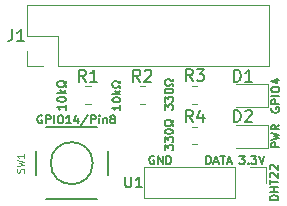
<source format=gto>
G04 #@! TF.GenerationSoftware,KiCad,Pcbnew,(5.1.9)-1*
G04 #@! TF.CreationDate,2021-01-19T23:29:13-08:00*
G04 #@! TF.ProjectId,RPI_FS_HAT_REV1,5250495f-4653-45f4-9841-545f52455631,1*
G04 #@! TF.SameCoordinates,Original*
G04 #@! TF.FileFunction,Legend,Top*
G04 #@! TF.FilePolarity,Positive*
%FSLAX46Y46*%
G04 Gerber Fmt 4.6, Leading zero omitted, Abs format (unit mm)*
G04 Created by KiCad (PCBNEW (5.1.9)-1) date 2021-01-19 23:29:13*
%MOMM*%
%LPD*%
G01*
G04 APERTURE LIST*
%ADD10C,0.150000*%
%ADD11C,0.120000*%
%ADD12C,0.203200*%
%ADD13C,0.100000*%
G04 APERTURE END LIST*
D10*
X162845000Y-119143333D02*
X162811666Y-119210000D01*
X162811666Y-119310000D01*
X162845000Y-119410000D01*
X162911666Y-119476666D01*
X162978333Y-119510000D01*
X163111666Y-119543333D01*
X163211666Y-119543333D01*
X163345000Y-119510000D01*
X163411666Y-119476666D01*
X163478333Y-119410000D01*
X163511666Y-119310000D01*
X163511666Y-119243333D01*
X163478333Y-119143333D01*
X163445000Y-119110000D01*
X163211666Y-119110000D01*
X163211666Y-119243333D01*
X163511666Y-118810000D02*
X162811666Y-118810000D01*
X162811666Y-118543333D01*
X162845000Y-118476666D01*
X162878333Y-118443333D01*
X162945000Y-118410000D01*
X163045000Y-118410000D01*
X163111666Y-118443333D01*
X163145000Y-118476666D01*
X163178333Y-118543333D01*
X163178333Y-118810000D01*
X163511666Y-118110000D02*
X162811666Y-118110000D01*
X162811666Y-117643333D02*
X162811666Y-117510000D01*
X162845000Y-117443333D01*
X162911666Y-117376666D01*
X163045000Y-117343333D01*
X163278333Y-117343333D01*
X163411666Y-117376666D01*
X163478333Y-117443333D01*
X163511666Y-117510000D01*
X163511666Y-117643333D01*
X163478333Y-117710000D01*
X163411666Y-117776666D01*
X163278333Y-117810000D01*
X163045000Y-117810000D01*
X162911666Y-117776666D01*
X162845000Y-117710000D01*
X162811666Y-117643333D01*
X163045000Y-116743333D02*
X163511666Y-116743333D01*
X162778333Y-116910000D02*
X163278333Y-117076666D01*
X163278333Y-116643333D01*
X143404000Y-119792000D02*
X143337333Y-119758666D01*
X143237333Y-119758666D01*
X143137333Y-119792000D01*
X143070666Y-119858666D01*
X143037333Y-119925333D01*
X143004000Y-120058666D01*
X143004000Y-120158666D01*
X143037333Y-120292000D01*
X143070666Y-120358666D01*
X143137333Y-120425333D01*
X143237333Y-120458666D01*
X143304000Y-120458666D01*
X143404000Y-120425333D01*
X143437333Y-120392000D01*
X143437333Y-120158666D01*
X143304000Y-120158666D01*
X143737333Y-120458666D02*
X143737333Y-119758666D01*
X144004000Y-119758666D01*
X144070666Y-119792000D01*
X144104000Y-119825333D01*
X144137333Y-119892000D01*
X144137333Y-119992000D01*
X144104000Y-120058666D01*
X144070666Y-120092000D01*
X144004000Y-120125333D01*
X143737333Y-120125333D01*
X144437333Y-120458666D02*
X144437333Y-119758666D01*
X144904000Y-119758666D02*
X145037333Y-119758666D01*
X145104000Y-119792000D01*
X145170666Y-119858666D01*
X145204000Y-119992000D01*
X145204000Y-120225333D01*
X145170666Y-120358666D01*
X145104000Y-120425333D01*
X145037333Y-120458666D01*
X144904000Y-120458666D01*
X144837333Y-120425333D01*
X144770666Y-120358666D01*
X144737333Y-120225333D01*
X144737333Y-119992000D01*
X144770666Y-119858666D01*
X144837333Y-119792000D01*
X144904000Y-119758666D01*
X145870666Y-120458666D02*
X145470666Y-120458666D01*
X145670666Y-120458666D02*
X145670666Y-119758666D01*
X145604000Y-119858666D01*
X145537333Y-119925333D01*
X145470666Y-119958666D01*
X146470666Y-119992000D02*
X146470666Y-120458666D01*
X146304000Y-119725333D02*
X146137333Y-120225333D01*
X146570666Y-120225333D01*
X147337333Y-119725333D02*
X146737333Y-120625333D01*
X147570666Y-120458666D02*
X147570666Y-119758666D01*
X147837333Y-119758666D01*
X147904000Y-119792000D01*
X147937333Y-119825333D01*
X147970666Y-119892000D01*
X147970666Y-119992000D01*
X147937333Y-120058666D01*
X147904000Y-120092000D01*
X147837333Y-120125333D01*
X147570666Y-120125333D01*
X148270666Y-120458666D02*
X148270666Y-119992000D01*
X148270666Y-119758666D02*
X148237333Y-119792000D01*
X148270666Y-119825333D01*
X148304000Y-119792000D01*
X148270666Y-119758666D01*
X148270666Y-119825333D01*
X148604000Y-119992000D02*
X148604000Y-120458666D01*
X148604000Y-120058666D02*
X148637333Y-120025333D01*
X148704000Y-119992000D01*
X148804000Y-119992000D01*
X148870666Y-120025333D01*
X148904000Y-120092000D01*
X148904000Y-120458666D01*
X149337333Y-120058666D02*
X149270666Y-120025333D01*
X149237333Y-119992000D01*
X149204000Y-119925333D01*
X149204000Y-119892000D01*
X149237333Y-119825333D01*
X149270666Y-119792000D01*
X149337333Y-119758666D01*
X149470666Y-119758666D01*
X149537333Y-119792000D01*
X149570666Y-119825333D01*
X149604000Y-119892000D01*
X149604000Y-119925333D01*
X149570666Y-119992000D01*
X149537333Y-120025333D01*
X149470666Y-120058666D01*
X149337333Y-120058666D01*
X149270666Y-120092000D01*
X149237333Y-120125333D01*
X149204000Y-120192000D01*
X149204000Y-120325333D01*
X149237333Y-120392000D01*
X149270666Y-120425333D01*
X149337333Y-120458666D01*
X149470666Y-120458666D01*
X149537333Y-120425333D01*
X149570666Y-120392000D01*
X149604000Y-120325333D01*
X149604000Y-120192000D01*
X149570666Y-120125333D01*
X149537333Y-120092000D01*
X149470666Y-120058666D01*
X152882666Y-123221000D02*
X152816000Y-123187666D01*
X152716000Y-123187666D01*
X152616000Y-123221000D01*
X152549333Y-123287666D01*
X152516000Y-123354333D01*
X152482666Y-123487666D01*
X152482666Y-123587666D01*
X152516000Y-123721000D01*
X152549333Y-123787666D01*
X152616000Y-123854333D01*
X152716000Y-123887666D01*
X152782666Y-123887666D01*
X152882666Y-123854333D01*
X152916000Y-123821000D01*
X152916000Y-123587666D01*
X152782666Y-123587666D01*
X153216000Y-123887666D02*
X153216000Y-123187666D01*
X153616000Y-123887666D01*
X153616000Y-123187666D01*
X153949333Y-123887666D02*
X153949333Y-123187666D01*
X154116000Y-123187666D01*
X154216000Y-123221000D01*
X154282666Y-123287666D01*
X154316000Y-123354333D01*
X154349333Y-123487666D01*
X154349333Y-123587666D01*
X154316000Y-123721000D01*
X154282666Y-123787666D01*
X154216000Y-123854333D01*
X154116000Y-123887666D01*
X153949333Y-123887666D01*
X160129666Y-123187666D02*
X160563000Y-123187666D01*
X160329666Y-123454333D01*
X160429666Y-123454333D01*
X160496333Y-123487666D01*
X160529666Y-123521000D01*
X160563000Y-123587666D01*
X160563000Y-123754333D01*
X160529666Y-123821000D01*
X160496333Y-123854333D01*
X160429666Y-123887666D01*
X160229666Y-123887666D01*
X160163000Y-123854333D01*
X160129666Y-123821000D01*
X160863000Y-123821000D02*
X160896333Y-123854333D01*
X160863000Y-123887666D01*
X160829666Y-123854333D01*
X160863000Y-123821000D01*
X160863000Y-123887666D01*
X161129666Y-123187666D02*
X161563000Y-123187666D01*
X161329666Y-123454333D01*
X161429666Y-123454333D01*
X161496333Y-123487666D01*
X161529666Y-123521000D01*
X161563000Y-123587666D01*
X161563000Y-123754333D01*
X161529666Y-123821000D01*
X161496333Y-123854333D01*
X161429666Y-123887666D01*
X161229666Y-123887666D01*
X161163000Y-123854333D01*
X161129666Y-123821000D01*
X161763000Y-123187666D02*
X161996333Y-123887666D01*
X162229666Y-123187666D01*
X157319000Y-123887666D02*
X157319000Y-123187666D01*
X157485666Y-123187666D01*
X157585666Y-123221000D01*
X157652333Y-123287666D01*
X157685666Y-123354333D01*
X157719000Y-123487666D01*
X157719000Y-123587666D01*
X157685666Y-123721000D01*
X157652333Y-123787666D01*
X157585666Y-123854333D01*
X157485666Y-123887666D01*
X157319000Y-123887666D01*
X157985666Y-123687666D02*
X158319000Y-123687666D01*
X157919000Y-123887666D02*
X158152333Y-123187666D01*
X158385666Y-123887666D01*
X158519000Y-123187666D02*
X158919000Y-123187666D01*
X158719000Y-123887666D02*
X158719000Y-123187666D01*
X159119000Y-123687666D02*
X159452333Y-123687666D01*
X159052333Y-123887666D02*
X159285666Y-123187666D01*
X159519000Y-123887666D01*
X163511666Y-122472333D02*
X162811666Y-122472333D01*
X162811666Y-122205666D01*
X162845000Y-122139000D01*
X162878333Y-122105666D01*
X162945000Y-122072333D01*
X163045000Y-122072333D01*
X163111666Y-122105666D01*
X163145000Y-122139000D01*
X163178333Y-122205666D01*
X163178333Y-122472333D01*
X162811666Y-121839000D02*
X163511666Y-121672333D01*
X163011666Y-121539000D01*
X163511666Y-121405666D01*
X162811666Y-121239000D01*
X163511666Y-120572333D02*
X163178333Y-120805666D01*
X163511666Y-120972333D02*
X162811666Y-120972333D01*
X162811666Y-120705666D01*
X162845000Y-120639000D01*
X162878333Y-120605666D01*
X162945000Y-120572333D01*
X163045000Y-120572333D01*
X163111666Y-120605666D01*
X163145000Y-120639000D01*
X163178333Y-120705666D01*
X163178333Y-120972333D01*
D11*
G04 #@! TO.C,J1*
X162620000Y-115630000D02*
X162620000Y-110430000D01*
X144780000Y-115630000D02*
X162620000Y-115630000D01*
X142180000Y-110430000D02*
X162620000Y-110430000D01*
X144780000Y-115630000D02*
X144780000Y-113030000D01*
X144780000Y-113030000D02*
X142180000Y-113030000D01*
X142180000Y-113030000D02*
X142180000Y-110430000D01*
X143510000Y-115630000D02*
X142180000Y-115630000D01*
X142180000Y-115630000D02*
X142180000Y-114300000D01*
G04 #@! TO.C,D1*
X162557000Y-117150000D02*
X159872000Y-117150000D01*
X162557000Y-119070000D02*
X162557000Y-117150000D01*
X159872000Y-119070000D02*
X162557000Y-119070000D01*
G04 #@! TO.C,D2*
X159872000Y-122499000D02*
X162557000Y-122499000D01*
X162557000Y-122499000D02*
X162557000Y-120579000D01*
X162557000Y-120579000D02*
X159872000Y-120579000D01*
G04 #@! TO.C,R1*
X147069436Y-117330000D02*
X147523564Y-117330000D01*
X147069436Y-118800000D02*
X147523564Y-118800000D01*
G04 #@! TO.C,R2*
X152142564Y-117330000D02*
X151688436Y-117330000D01*
X152142564Y-118800000D02*
X151688436Y-118800000D01*
G04 #@! TO.C,R3*
X156109936Y-117330000D02*
X156564064Y-117330000D01*
X156109936Y-118800000D02*
X156564064Y-118800000D01*
G04 #@! TO.C,R4*
X156109936Y-120759000D02*
X156564064Y-120759000D01*
X156109936Y-122229000D02*
X156564064Y-122229000D01*
D12*
G04 #@! TO.C,SW1*
X147701000Y-123825000D02*
G75*
G03*
X147701000Y-123825000I-1778000J0D01*
G01*
X148971000Y-124851160D02*
X148971000Y-122809000D01*
X142875000Y-124820680D02*
X142875000Y-122809000D01*
X148082000Y-120777000D02*
X143764000Y-120777000D01*
X143764000Y-126873000D02*
X148082000Y-126873000D01*
D11*
G04 #@! TO.C,U1*
X162366000Y-124146000D02*
X162366000Y-125476000D01*
X161036000Y-124146000D02*
X162366000Y-124146000D01*
X159766000Y-124146000D02*
X159766000Y-126806000D01*
X159766000Y-126806000D02*
X152086000Y-126806000D01*
X159766000Y-124146000D02*
X152086000Y-124146000D01*
X152086000Y-124146000D02*
X152086000Y-126806000D01*
G04 #@! TO.C,J1*
D10*
X140890666Y-112482380D02*
X140890666Y-113196666D01*
X140843047Y-113339523D01*
X140747809Y-113434761D01*
X140604952Y-113482380D01*
X140509714Y-113482380D01*
X141890666Y-113482380D02*
X141319238Y-113482380D01*
X141604952Y-113482380D02*
X141604952Y-112482380D01*
X141509714Y-112625238D01*
X141414476Y-112720476D01*
X141319238Y-112768095D01*
G04 #@! TO.C,D1*
X159662904Y-116911380D02*
X159662904Y-115911380D01*
X159901000Y-115911380D01*
X160043857Y-115959000D01*
X160139095Y-116054238D01*
X160186714Y-116149476D01*
X160234333Y-116339952D01*
X160234333Y-116482809D01*
X160186714Y-116673285D01*
X160139095Y-116768523D01*
X160043857Y-116863761D01*
X159901000Y-116911380D01*
X159662904Y-116911380D01*
X161186714Y-116911380D02*
X160615285Y-116911380D01*
X160901000Y-116911380D02*
X160901000Y-115911380D01*
X160805761Y-116054238D01*
X160710523Y-116149476D01*
X160615285Y-116197095D01*
G04 #@! TO.C,D2*
X159662904Y-120340380D02*
X159662904Y-119340380D01*
X159901000Y-119340380D01*
X160043857Y-119388000D01*
X160139095Y-119483238D01*
X160186714Y-119578476D01*
X160234333Y-119768952D01*
X160234333Y-119911809D01*
X160186714Y-120102285D01*
X160139095Y-120197523D01*
X160043857Y-120292761D01*
X159901000Y-120340380D01*
X159662904Y-120340380D01*
X160615285Y-119435619D02*
X160662904Y-119388000D01*
X160758142Y-119340380D01*
X160996238Y-119340380D01*
X161091476Y-119388000D01*
X161139095Y-119435619D01*
X161186714Y-119530857D01*
X161186714Y-119626095D01*
X161139095Y-119768952D01*
X160567666Y-120340380D01*
X161186714Y-120340380D01*
G04 #@! TO.C,R1*
X147129833Y-116911380D02*
X146796500Y-116435190D01*
X146558404Y-116911380D02*
X146558404Y-115911380D01*
X146939357Y-115911380D01*
X147034595Y-115959000D01*
X147082214Y-116006619D01*
X147129833Y-116101857D01*
X147129833Y-116244714D01*
X147082214Y-116339952D01*
X147034595Y-116387571D01*
X146939357Y-116435190D01*
X146558404Y-116435190D01*
X148082214Y-116911380D02*
X147510785Y-116911380D01*
X147796500Y-116911380D02*
X147796500Y-115911380D01*
X147701261Y-116054238D01*
X147606023Y-116149476D01*
X147510785Y-116197095D01*
X145414166Y-118881666D02*
X145414166Y-119281666D01*
X145414166Y-119081666D02*
X144714166Y-119081666D01*
X144814166Y-119148333D01*
X144880833Y-119215000D01*
X144914166Y-119281666D01*
X144714166Y-118448333D02*
X144714166Y-118381666D01*
X144747500Y-118315000D01*
X144780833Y-118281666D01*
X144847500Y-118248333D01*
X144980833Y-118215000D01*
X145147500Y-118215000D01*
X145280833Y-118248333D01*
X145347500Y-118281666D01*
X145380833Y-118315000D01*
X145414166Y-118381666D01*
X145414166Y-118448333D01*
X145380833Y-118515000D01*
X145347500Y-118548333D01*
X145280833Y-118581666D01*
X145147500Y-118615000D01*
X144980833Y-118615000D01*
X144847500Y-118581666D01*
X144780833Y-118548333D01*
X144747500Y-118515000D01*
X144714166Y-118448333D01*
X145414166Y-117915000D02*
X144714166Y-117915000D01*
X145147500Y-117848333D02*
X145414166Y-117648333D01*
X144947500Y-117648333D02*
X145214166Y-117915000D01*
X145414166Y-117381666D02*
X145414166Y-117215000D01*
X145280833Y-117215000D01*
X145247500Y-117281666D01*
X145180833Y-117348333D01*
X145080833Y-117381666D01*
X144914166Y-117381666D01*
X144814166Y-117348333D01*
X144747500Y-117281666D01*
X144714166Y-117181666D01*
X144714166Y-117048333D01*
X144747500Y-116948333D01*
X144814166Y-116881666D01*
X144914166Y-116848333D01*
X145080833Y-116848333D01*
X145180833Y-116881666D01*
X145247500Y-116948333D01*
X145280833Y-117015000D01*
X145414166Y-117015000D01*
X145414166Y-116848333D01*
G04 #@! TO.C,R2*
X151725333Y-116911380D02*
X151392000Y-116435190D01*
X151153904Y-116911380D02*
X151153904Y-115911380D01*
X151534857Y-115911380D01*
X151630095Y-115959000D01*
X151677714Y-116006619D01*
X151725333Y-116101857D01*
X151725333Y-116244714D01*
X151677714Y-116339952D01*
X151630095Y-116387571D01*
X151534857Y-116435190D01*
X151153904Y-116435190D01*
X152106285Y-116006619D02*
X152153904Y-115959000D01*
X152249142Y-115911380D01*
X152487238Y-115911380D01*
X152582476Y-115959000D01*
X152630095Y-116006619D01*
X152677714Y-116101857D01*
X152677714Y-116197095D01*
X152630095Y-116339952D01*
X152058666Y-116911380D01*
X152677714Y-116911380D01*
X150049666Y-118926666D02*
X150049666Y-119326666D01*
X150049666Y-119126666D02*
X149349666Y-119126666D01*
X149449666Y-119193333D01*
X149516333Y-119260000D01*
X149549666Y-119326666D01*
X149349666Y-118493333D02*
X149349666Y-118426666D01*
X149383000Y-118360000D01*
X149416333Y-118326666D01*
X149483000Y-118293333D01*
X149616333Y-118260000D01*
X149783000Y-118260000D01*
X149916333Y-118293333D01*
X149983000Y-118326666D01*
X150016333Y-118360000D01*
X150049666Y-118426666D01*
X150049666Y-118493333D01*
X150016333Y-118560000D01*
X149983000Y-118593333D01*
X149916333Y-118626666D01*
X149783000Y-118660000D01*
X149616333Y-118660000D01*
X149483000Y-118626666D01*
X149416333Y-118593333D01*
X149383000Y-118560000D01*
X149349666Y-118493333D01*
X150049666Y-117960000D02*
X149349666Y-117960000D01*
X149783000Y-117893333D02*
X150049666Y-117693333D01*
X149583000Y-117693333D02*
X149849666Y-117960000D01*
X150049666Y-117426666D02*
X150049666Y-117260000D01*
X149916333Y-117260000D01*
X149883000Y-117326666D01*
X149816333Y-117393333D01*
X149716333Y-117426666D01*
X149549666Y-117426666D01*
X149449666Y-117393333D01*
X149383000Y-117326666D01*
X149349666Y-117226666D01*
X149349666Y-117093333D01*
X149383000Y-116993333D01*
X149449666Y-116926666D01*
X149549666Y-116893333D01*
X149716333Y-116893333D01*
X149816333Y-116926666D01*
X149883000Y-116993333D01*
X149916333Y-117060000D01*
X150049666Y-117060000D01*
X150049666Y-116893333D01*
G04 #@! TO.C,R3*
X156170333Y-116867380D02*
X155837000Y-116391190D01*
X155598904Y-116867380D02*
X155598904Y-115867380D01*
X155979857Y-115867380D01*
X156075095Y-115915000D01*
X156122714Y-115962619D01*
X156170333Y-116057857D01*
X156170333Y-116200714D01*
X156122714Y-116295952D01*
X156075095Y-116343571D01*
X155979857Y-116391190D01*
X155598904Y-116391190D01*
X156503666Y-115867380D02*
X157122714Y-115867380D01*
X156789380Y-116248333D01*
X156932238Y-116248333D01*
X157027476Y-116295952D01*
X157075095Y-116343571D01*
X157122714Y-116438809D01*
X157122714Y-116676904D01*
X157075095Y-116772142D01*
X157027476Y-116819761D01*
X156932238Y-116867380D01*
X156646523Y-116867380D01*
X156551285Y-116819761D01*
X156503666Y-116772142D01*
X153794666Y-119283000D02*
X153794666Y-118849666D01*
X154061333Y-119083000D01*
X154061333Y-118983000D01*
X154094666Y-118916333D01*
X154128000Y-118883000D01*
X154194666Y-118849666D01*
X154361333Y-118849666D01*
X154428000Y-118883000D01*
X154461333Y-118916333D01*
X154494666Y-118983000D01*
X154494666Y-119183000D01*
X154461333Y-119249666D01*
X154428000Y-119283000D01*
X153794666Y-118616333D02*
X153794666Y-118183000D01*
X154061333Y-118416333D01*
X154061333Y-118316333D01*
X154094666Y-118249666D01*
X154128000Y-118216333D01*
X154194666Y-118183000D01*
X154361333Y-118183000D01*
X154428000Y-118216333D01*
X154461333Y-118249666D01*
X154494666Y-118316333D01*
X154494666Y-118516333D01*
X154461333Y-118583000D01*
X154428000Y-118616333D01*
X153794666Y-117749666D02*
X153794666Y-117683000D01*
X153828000Y-117616333D01*
X153861333Y-117583000D01*
X153928000Y-117549666D01*
X154061333Y-117516333D01*
X154228000Y-117516333D01*
X154361333Y-117549666D01*
X154428000Y-117583000D01*
X154461333Y-117616333D01*
X154494666Y-117683000D01*
X154494666Y-117749666D01*
X154461333Y-117816333D01*
X154428000Y-117849666D01*
X154361333Y-117883000D01*
X154228000Y-117916333D01*
X154061333Y-117916333D01*
X153928000Y-117883000D01*
X153861333Y-117849666D01*
X153828000Y-117816333D01*
X153794666Y-117749666D01*
X154494666Y-117249666D02*
X154494666Y-117083000D01*
X154361333Y-117083000D01*
X154328000Y-117149666D01*
X154261333Y-117216333D01*
X154161333Y-117249666D01*
X153994666Y-117249666D01*
X153894666Y-117216333D01*
X153828000Y-117149666D01*
X153794666Y-117049666D01*
X153794666Y-116916333D01*
X153828000Y-116816333D01*
X153894666Y-116749666D01*
X153994666Y-116716333D01*
X154161333Y-116716333D01*
X154261333Y-116749666D01*
X154328000Y-116816333D01*
X154361333Y-116883000D01*
X154494666Y-116883000D01*
X154494666Y-116716333D01*
G04 #@! TO.C,R4*
X156170333Y-120340380D02*
X155837000Y-119864190D01*
X155598904Y-120340380D02*
X155598904Y-119340380D01*
X155979857Y-119340380D01*
X156075095Y-119388000D01*
X156122714Y-119435619D01*
X156170333Y-119530857D01*
X156170333Y-119673714D01*
X156122714Y-119768952D01*
X156075095Y-119816571D01*
X155979857Y-119864190D01*
X155598904Y-119864190D01*
X157027476Y-119673714D02*
X157027476Y-120340380D01*
X156789380Y-119292761D02*
X156551285Y-120007047D01*
X157170333Y-120007047D01*
X153794666Y-122712000D02*
X153794666Y-122278666D01*
X154061333Y-122512000D01*
X154061333Y-122412000D01*
X154094666Y-122345333D01*
X154128000Y-122312000D01*
X154194666Y-122278666D01*
X154361333Y-122278666D01*
X154428000Y-122312000D01*
X154461333Y-122345333D01*
X154494666Y-122412000D01*
X154494666Y-122612000D01*
X154461333Y-122678666D01*
X154428000Y-122712000D01*
X153794666Y-122045333D02*
X153794666Y-121612000D01*
X154061333Y-121845333D01*
X154061333Y-121745333D01*
X154094666Y-121678666D01*
X154128000Y-121645333D01*
X154194666Y-121612000D01*
X154361333Y-121612000D01*
X154428000Y-121645333D01*
X154461333Y-121678666D01*
X154494666Y-121745333D01*
X154494666Y-121945333D01*
X154461333Y-122012000D01*
X154428000Y-122045333D01*
X153794666Y-121178666D02*
X153794666Y-121112000D01*
X153828000Y-121045333D01*
X153861333Y-121012000D01*
X153928000Y-120978666D01*
X154061333Y-120945333D01*
X154228000Y-120945333D01*
X154361333Y-120978666D01*
X154428000Y-121012000D01*
X154461333Y-121045333D01*
X154494666Y-121112000D01*
X154494666Y-121178666D01*
X154461333Y-121245333D01*
X154428000Y-121278666D01*
X154361333Y-121312000D01*
X154228000Y-121345333D01*
X154061333Y-121345333D01*
X153928000Y-121312000D01*
X153861333Y-121278666D01*
X153828000Y-121245333D01*
X153794666Y-121178666D01*
X154494666Y-120678666D02*
X154494666Y-120512000D01*
X154361333Y-120512000D01*
X154328000Y-120578666D01*
X154261333Y-120645333D01*
X154161333Y-120678666D01*
X153994666Y-120678666D01*
X153894666Y-120645333D01*
X153828000Y-120578666D01*
X153794666Y-120478666D01*
X153794666Y-120345333D01*
X153828000Y-120245333D01*
X153894666Y-120178666D01*
X153994666Y-120145333D01*
X154161333Y-120145333D01*
X154261333Y-120178666D01*
X154328000Y-120245333D01*
X154361333Y-120312000D01*
X154494666Y-120312000D01*
X154494666Y-120145333D01*
G04 #@! TO.C,SW1*
D13*
X141847857Y-124625000D02*
X141876428Y-124539285D01*
X141876428Y-124396428D01*
X141847857Y-124339285D01*
X141819285Y-124310714D01*
X141762142Y-124282142D01*
X141705000Y-124282142D01*
X141647857Y-124310714D01*
X141619285Y-124339285D01*
X141590714Y-124396428D01*
X141562142Y-124510714D01*
X141533571Y-124567857D01*
X141505000Y-124596428D01*
X141447857Y-124625000D01*
X141390714Y-124625000D01*
X141333571Y-124596428D01*
X141305000Y-124567857D01*
X141276428Y-124510714D01*
X141276428Y-124367857D01*
X141305000Y-124282142D01*
X141276428Y-124082142D02*
X141876428Y-123939285D01*
X141447857Y-123825000D01*
X141876428Y-123710714D01*
X141276428Y-123567857D01*
X141876428Y-123025000D02*
X141876428Y-123367857D01*
X141876428Y-123196428D02*
X141276428Y-123196428D01*
X141362142Y-123253571D01*
X141419285Y-123310714D01*
X141447857Y-123367857D01*
G04 #@! TO.C,U1*
D10*
X150444285Y-124983142D02*
X150444285Y-125711714D01*
X150487142Y-125797428D01*
X150530000Y-125840285D01*
X150615714Y-125883142D01*
X150787142Y-125883142D01*
X150872857Y-125840285D01*
X150915714Y-125797428D01*
X150958571Y-125711714D01*
X150958571Y-124983142D01*
X151858571Y-125883142D02*
X151344285Y-125883142D01*
X151601428Y-125883142D02*
X151601428Y-124983142D01*
X151515714Y-125111714D01*
X151430000Y-125197428D01*
X151344285Y-125240285D01*
X163384666Y-126959333D02*
X162684666Y-126959333D01*
X162684666Y-126792666D01*
X162718000Y-126692666D01*
X162784666Y-126626000D01*
X162851333Y-126592666D01*
X162984666Y-126559333D01*
X163084666Y-126559333D01*
X163218000Y-126592666D01*
X163284666Y-126626000D01*
X163351333Y-126692666D01*
X163384666Y-126792666D01*
X163384666Y-126959333D01*
X163384666Y-126259333D02*
X162684666Y-126259333D01*
X163018000Y-126259333D02*
X163018000Y-125859333D01*
X163384666Y-125859333D02*
X162684666Y-125859333D01*
X162684666Y-125626000D02*
X162684666Y-125226000D01*
X163384666Y-125426000D02*
X162684666Y-125426000D01*
X162751333Y-125026000D02*
X162718000Y-124992666D01*
X162684666Y-124926000D01*
X162684666Y-124759333D01*
X162718000Y-124692666D01*
X162751333Y-124659333D01*
X162818000Y-124626000D01*
X162884666Y-124626000D01*
X162984666Y-124659333D01*
X163384666Y-125059333D01*
X163384666Y-124626000D01*
X162751333Y-124359333D02*
X162718000Y-124326000D01*
X162684666Y-124259333D01*
X162684666Y-124092666D01*
X162718000Y-124026000D01*
X162751333Y-123992666D01*
X162818000Y-123959333D01*
X162884666Y-123959333D01*
X162984666Y-123992666D01*
X163384666Y-124392666D01*
X163384666Y-123959333D01*
G04 #@! TD*
M02*

</source>
